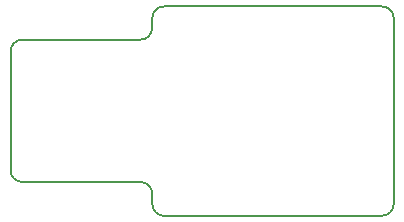
<source format=gbr>
G04 #@! TF.GenerationSoftware,KiCad,Pcbnew,5.1.3-ffb9f22~84~ubuntu18.04.1*
G04 #@! TF.CreationDate,2019-07-28T18:08:26+02:00*
G04 #@! TF.ProjectId,board,626f6172-642e-46b6-9963-61645f706362,rev?*
G04 #@! TF.SameCoordinates,Original*
G04 #@! TF.FileFunction,Profile,NP*
%FSLAX46Y46*%
G04 Gerber Fmt 4.6, Leading zero omitted, Abs format (unit mm)*
G04 Created by KiCad (PCBNEW 5.1.3-ffb9f22~84~ubuntu18.04.1) date 2019-07-28 18:08:26*
%MOMM*%
%LPD*%
G04 APERTURE LIST*
%ADD10C,0.150000*%
G04 APERTURE END LIST*
D10*
X96476820Y-102346760D02*
X96476060Y-118075200D01*
X95476060Y-119077740D02*
X77030580Y-119077740D01*
X95476060Y-119075200D02*
G75*
G03X96476060Y-118075200I0J1000000D01*
G01*
X96476060Y-102343460D02*
G75*
G03X95478600Y-101346000I-997460J0D01*
G01*
X77038200Y-101346000D02*
X95476060Y-101346000D01*
X76032360Y-118076980D02*
G75*
G03X77032360Y-119076980I1000000J0D01*
G01*
X77034900Y-101346760D02*
G75*
G03X76034900Y-102346760I0J-1000000D01*
G01*
X76034040Y-103157880D02*
X76034040Y-102344220D01*
X65034040Y-104157880D02*
G75*
G03X64034040Y-105157880I0J-1000000D01*
G01*
X76034040Y-117217880D02*
G75*
G03X75034040Y-116217880I-1000000J0D01*
G01*
X76034040Y-117217880D02*
X76034040Y-118077880D01*
X64034040Y-115217880D02*
G75*
G03X65034040Y-116217880I1000000J0D01*
G01*
X75034040Y-116217880D02*
X65034040Y-116217880D01*
X64034040Y-105157880D02*
X64034040Y-115217880D01*
X65034040Y-104157880D02*
X75034040Y-104157880D01*
X75034040Y-104157880D02*
G75*
G03X76034040Y-103157880I0J1000000D01*
G01*
M02*

</source>
